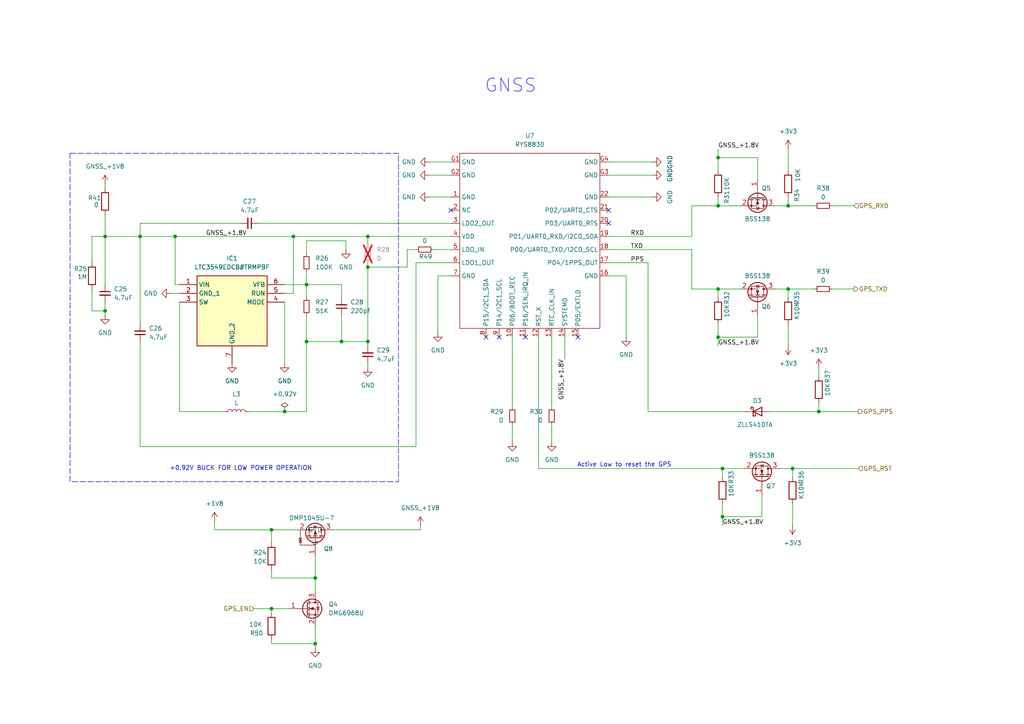
<source format=kicad_sch>
(kicad_sch (version 20250114) (generator "eeschema") (generator_version "9.0")
  (paper "A4")
  (lib_symbols
    (symbol "Device:C_Small" (pin_numbers (hide yes)) (pin_names (offset 0.254) (hide yes))
      (property "Reference" "C" (at 0.254 1.778 0))
      (property "Value" "C_Small" (at 0.254 -2.032 0))
      (symbol "C_Small_0_1"
        (polyline (pts (xy -1.524 0.508) (xy 1.524 0.508)) (stroke (width 0.3048)))
        (polyline (pts (xy -1.524 -0.508) (xy 1.524 -0.508)) (stroke (width 0.3302)))
      )
      (symbol "C_Small_1_1"
        (pin passive line (at 0 2.54 270) (length 2.032) (name "~") (number "1"))
        (pin passive line (at 0 -2.54 90) (length 2.032) (name "~") (number "2"))
      )
    )
    (symbol "Device:D_Schottky" (pin_numbers (hide yes)) (pin_names (offset 1.016) (hide yes))
      (property "Reference" "D" (at 0 2.54 0))
      (property "Value" "D_Schottky" (at 0 -2.54 0))
      (symbol "D_Schottky_0_1"
        (polyline (pts (xy -1.905 0.635) (xy -1.905 1.27) (xy -1.27 1.27) (xy -1.27 -1.27) (xy -0.635 -1.27) (xy -0.635 -0.635)) (stroke (width 0.254)))
        (polyline (pts (xy 1.27 1.27) (xy 1.27 -1.27) (xy -1.27 0) (xy 1.27 1.27)) (stroke (width 0.254)))
        (polyline (pts (xy 1.27 0) (xy -1.27 0)))
      )
      (symbol "D_Schottky_1_1"
        (pin passive line (at -3.81 0 0) (length 2.54) (name "K") (number "1"))
        (pin passive line (at 3.81 0 180) (length 2.54) (name "A") (number "2"))
      )
    )
    (symbol "Device:L" (pin_numbers (hide yes)) (pin_names (offset 1.016) (hide yes))
      (property "Reference" "L" (at -1.27 0 90))
      (property "Value" "L" (at 1.905 0 90))
      (symbol "L_0_1"
        (arc (start 0 2.54) (mid 0.6323 1.905) (end 0 1.27))
        (arc (start 0 1.27) (mid 0.6323 0.635) (end 0 0))
        (arc (start 0 0) (mid 0.6323 -0.635) (end 0 -1.27))
        (arc (start 0 -1.27) (mid 0.6323 -1.905) (end 0 -2.54))
      )
      (symbol "L_1_1"
        (pin passive line (at 0 3.81 270) (length 1.27) (name "1") (number "1"))
        (pin passive line (at 0 -3.81 90) (length 1.27) (name "2") (number "2"))
      )
    )
    (symbol "Device:R" (pin_numbers (hide yes)) (pin_names (offset 0))
      (property "Reference" "R" (at 2.032 0 90))
      (property "Value" "R" (at 0 0 90))
      (symbol "R_0_1"
        (rectangle (start -1.016 -2.54) (end 1.016 2.54) (stroke (width 0.254)))
      )
      (symbol "R_1_1"
        (pin passive line (at 0 3.81 270) (length 1.27) (name "~") (number "1"))
        (pin passive line (at 0 -3.81 90) (length 1.27) (name "~") (number "2"))
      )
    )
    (symbol "Device:R_Small" (pin_numbers (hide yes)) (pin_names (offset 0.254) (hide yes))
      (property "Reference" "R" (at 0.762 0.508 0))
      (property "Value" "R_Small" (at 0.762 -1.016 0))
      (symbol "R_Small_0_1"
        (rectangle (start -0.762 1.778) (end 0.762 -1.778) (stroke (width 0.2032)))
      )
      (symbol "R_Small_1_1"
        (pin passive line (at 0 2.54 270) (length 0.762) (name "~") (number "1"))
        (pin passive line (at 0 -2.54 90) (length 0.762) (name "~") (number "2"))
      )
    )
    (symbol "LTC3549EDCB#TRMPBF:LTC3549EDCB#TRMPBF"
      (property "Reference" "IC" (at 26.67 7.62 0))
      (property "Value" "LTC3549EDCB#TRMPBF" (at 26.67 5.08 0))
      (symbol "LTC3549EDCB#TRMPBF_1_1"
        (rectangle (start 5.08 2.54) (end 25.4 -17.78) (stroke (width 0.254)) (fill (type background)))
        (pin passive line (at 0 0 0) (length 5.08) (name "VIN") (number "1"))
        (pin passive line (at 0 -2.54 0) (length 5.08) (name "GND_1") (number "2"))
        (pin passive line (at 0 -5.08 0) (length 5.08) (name "SW") (number "3"))
        (pin passive line (at 15.24 -22.86 90) (length 5.08) (name "GND_2") (number "7"))
        (pin passive line (at 30.48 0 180) (length 5.08) (name "VFB") (number "6"))
        (pin passive line (at 30.48 -2.54 180) (length 5.08) (name "RUN") (number "5"))
        (pin passive line (at 30.48 -5.08 180) (length 5.08) (name "MODE") (number "4"))
      )
    )
    (symbol "Project_Library:DMP1045U-7"
      (property "Reference" "Q" (at 0 3.81 0))
      (symbol "DMP1045U-7_0_1"
        (polyline (pts (xy 0.635 -3.81) (xy 0.762 -3.937) (xy 0.762 -4.699) (xy 0.889 -4.826)))
        (polyline (pts (xy 0.7523 -4.3068) (xy 0.1173 -4.6878) (xy 0.1173 -3.9258) (xy 0.7523 -4.3068)))
        (polyline (pts (xy 0.762 -4.318) (xy 1.397 -3.937) (xy 1.397 -4.699) (xy 0.762 -4.318)))
        (polyline (pts (xy 1.524 1.905) (xy 1.524 -1.905)) (stroke (width 0.254)))
        (polyline (pts (xy 1.524 0) (xy -1.27 0)))
        (polyline (pts (xy 2.032 2.286) (xy 2.032 1.27)) (stroke (width 0.254)))
        (polyline (pts (xy 2.032 1.778) (xy 4.572 1.778) (xy 4.572 -1.778) (xy 2.032 -1.778)))
        (polyline (pts (xy 2.032 0.508) (xy 2.032 -0.508)) (stroke (width 0.254)))
        (polyline (pts (xy 2.032 -1.27) (xy 2.032 -2.286)) (stroke (width 0.254)))
        (circle (center 2.921 0) (radius 2.794) (stroke (width 0.254)))
        (polyline (pts (xy 3.556 0) (xy 2.54 0.381) (xy 2.54 -0.381) (xy 3.556 0)) (fill (type outline)))
        (polyline (pts (xy 3.7569 -4.3186) (xy 1.016 -4.318) (xy -0.6238 -4.3193) (xy -0.6238 -0.0962)))
        (polyline (pts (xy 3.81 2.54) (xy 3.81 1.778)))
        (circle (center 3.81 1.778) (radius 0.254) (fill (type outline)))
        (circle (center 3.81 -1.778) (radius 0.254) (fill (type outline)))
        (polyline (pts (xy 3.81 -2.54) (xy 3.81 0) (xy 2.032 0)))
        (polyline (pts (xy 4.064 -0.508) (xy 4.191 -0.381) (xy 4.953 -0.381) (xy 5.08 -0.254)))
        (polyline (pts (xy 4.572 -0.381) (xy 4.191 0.254) (xy 4.953 0.254) (xy 4.572 -0.381)))
      )
      (symbol "DMP1045U-7_1_1"
        (pin passive line (at -3.81 0 0) (length 2.54) (name "G") (number "1"))
        (pin passive line (at 3.81 5.08 270) (length 2.54) (name "D") (number "3"))
        (pin passive line (at 3.81 -5.08 90) (length 2.54) (name "S") (number "2"))
      )
    )
    (symbol "Reyas:RYS8830"
      (property "Reference" "U" (at 0.508 3.556 0))
      (property "Value" "RYS8830" (at 4.064 1.27 0))
      (symbol "RYS8830_0_1"
        (rectangle (start 0 0) (end 40.64 -50.8))
      )
      (symbol "RYS8830_1_1"
        (pin power_in line (at -2.54 -2.54 0) (length 2.54) (name "GND") (number "G1"))
        (pin power_in line (at -2.54 -6.35 0) (length 2.54) (name "GND") (number "G2"))
        (pin passive line (at -2.54 -12.7 0) (length 2.54) (name "GND") (number "1"))
        (pin passive line (at -2.54 -16.51 0) (length 2.54) (name "NC") (number "2"))
        (pin passive line (at -2.54 -20.32 0) (length 2.54) (name "LDO2_OUT") (number "3"))
        (pin power_out line (at -2.54 -24.13 0) (length 2.54) (name "VDD") (number "4"))
        (pin power_in line (at -2.54 -27.94 0) (length 2.54) (name "LDO_IN") (number "5"))
        (pin power_out line (at -2.54 -31.75 0) (length 2.54) (name "LDO1_OUT") (number "6"))
        (pin power_in line (at -2.54 -35.56 0) (length 2.54) (name "GND") (number "7"))
        (pin passive line (at 7.62 -53.34 90) (length 2.54) (name "P15/I2C1_SDA") (number "8"))
        (pin passive line (at 11.43 -53.34 90) (length 2.54) (name "P14/I2C1_SCL") (number "9"))
        (pin passive line (at 15.24 -53.34 90) (length 2.54) (name "P06/BOOT_REC") (number "10"))
        (pin passive line (at 19.05 -53.34 90) (length 2.54) (name "P16/SEN_IRQ_IN") (number "11"))
        (pin passive line (at 22.86 -53.34 90) (length 2.54) (name "RST_X") (number "12"))
        (pin passive line (at 26.67 -53.34 90) (length 2.54) (name "RTC_CLK_IN") (number "13"))
        (pin passive line (at 30.48 -53.34 90) (length 2.54) (name "SYSTEM0") (number "14"))
        (pin passive line (at 34.29 -53.34 90) (length 2.54) (name "P05/EXTLD") (number "15"))
        (pin power_out line (at 43.18 -2.54 180) (length 2.54) (name "GND") (number "G4"))
        (pin power_out line (at 43.18 -6.35 180) (length 2.54) (name "GND") (number "G3"))
        (pin power_out line (at 43.18 -12.7 180) (length 2.54) (name "GND") (number "22"))
        (pin passive line (at 43.18 -16.51 180) (length 2.54) (name "P02/UART0_CTS") (number "21"))
        (pin passive line (at 43.18 -20.32 180) (length 2.54) (name "P03/UART0_RTS") (number "20"))
        (pin passive line (at 43.18 -24.13 180) (length 2.54) (name "P01/UART0_RXD/I2C0_SDA") (number "19"))
        (pin passive line (at 43.18 -27.94 180) (length 2.54) (name "P00/UART0_TXD/I2C0_SCL") (number "18"))
        (pin passive line (at 43.18 -31.75 180) (length 2.54) (name "P04/1PPS_OUT") (number "17"))
        (pin power_out line (at 43.18 -35.56 180) (length 2.54) (name "GND") (number "16"))
      )
    )
    (symbol "Transistor_FET:BSS138" (pin_names (hide yes))
      (property "Reference" "Q" (at 5.08 1.905 0))
      (property "Value" "BSS138" (at 5.08 0 0))
      (symbol "BSS138_0_1"
        (polyline (pts (xy 0.254 1.905) (xy 0.254 -1.905)) (stroke (width 0.254)))
        (polyline (pts (xy 0.254 0) (xy -2.54 0)))
        (polyline (pts (xy 0.762 2.286) (xy 0.762 1.27)) (stroke (width 0.254)))
        (polyline (pts (xy 0.762 0.508) (xy 0.762 -0.508)) (stroke (width 0.254)))
        (polyline (pts (xy 0.762 -1.27) (xy 0.762 -2.286)) (stroke (width 0.254)))
        (polyline (pts (xy 0.762 -1.778) (xy 3.302 -1.778) (xy 3.302 1.778) (xy 0.762 1.778)))
        (polyline (pts (xy 1.016 0) (xy 2.032 0.381) (xy 2.032 -0.381) (xy 1.016 0)) (fill (type outline)))
        (circle (center 1.651 0) (radius 2.794) (stroke (width 0.254)))
        (polyline (pts (xy 2.54 2.54) (xy 2.54 1.778)))
        (circle (center 2.54 1.778) (radius 0.254) (fill (type outline)))
        (circle (center 2.54 -1.778) (radius 0.254) (fill (type outline)))
        (polyline (pts (xy 2.54 -2.54) (xy 2.54 0) (xy 0.762 0)))
        (polyline (pts (xy 2.794 0.508) (xy 2.921 0.381) (xy 3.683 0.381) (xy 3.81 0.254)))
        (polyline (pts (xy 3.302 0.381) (xy 2.921 -0.254) (xy 3.683 -0.254) (xy 3.302 0.381)))
      )
      (symbol "BSS138_1_1"
        (pin input line (at -5.08 0 0) (length 2.54) (name "G") (number "1"))
        (pin passive line (at 2.54 5.08 270) (length 2.54) (name "D") (number "3"))
        (pin passive line (at 2.54 -5.08 90) (length 2.54) (name "S") (number "2"))
      )
    )
    (symbol "Transistor_FET:DMG2302U" (pin_names (hide yes))
      (property "Reference" "Q" (at 5.08 1.905 0))
      (property "Value" "DMG2302U" (at 5.08 0 0))
      (symbol "DMG2302U_0_1"
        (polyline (pts (xy 0.254 1.905) (xy 0.254 -1.905)) (stroke (width 0.254)))
        (polyline (pts (xy 0.254 0) (xy -2.54 0)))
        (polyline (pts (xy 0.762 2.286) (xy 0.762 1.27)) (stroke (width 0.254)))
        (polyline (pts (xy 0.762 0.508) (xy 0.762 -0.508)) (stroke (width 0.254)))
        (polyline (pts (xy 0.762 -1.27) (xy 0.762 -2.286)) (stroke (width 0.254)))
        (polyline (pts (xy 0.762 -1.778) (xy 3.302 -1.778) (xy 3.302 1.778) (xy 0.762 1.778)))
        (polyline (pts (xy 1.016 0) (xy 2.032 0.381) (xy 2.032 -0.381) (xy 1.016 0)) (fill (type outline)))
        (circle (center 1.651 0) (radius 2.794) (stroke (width 0.254)))
        (polyline (pts (xy 2.54 2.54) (xy 2.54 1.778)))
        (circle (center 2.54 1.778) (radius 0.254) (fill (type outline)))
        (circle (center 2.54 -1.778) (radius 0.254) (fill (type outline)))
        (polyline (pts (xy 2.54 -2.54) (xy 2.54 0) (xy 0.762 0)))
        (polyline (pts (xy 2.794 0.508) (xy 2.921 0.381) (xy 3.683 0.381) (xy 3.81 0.254)))
        (polyline (pts (xy 3.302 0.381) (xy 2.921 -0.254) (xy 3.683 -0.254) (xy 3.302 0.381)))
      )
      (symbol "DMG2302U_1_1"
        (pin input line (at -5.08 0 0) (length 2.54) (name "G") (number "1"))
        (pin passive line (at 2.54 5.08 270) (length 2.54) (name "D") (number "3"))
        (pin passive line (at 2.54 -5.08 90) (length 2.54) (name "S") (number "2"))
      )
    )
    (symbol "power:+3.3V" (power) (pin_numbers (hide yes)) (pin_names (offset 0) (hide yes))
      (property "Value" "+3.3V" (at 0 3.556 0))
      (symbol "+3.3V_0_1"
        (polyline (pts (xy -0.762 1.27) (xy 0 2.54)))
        (polyline (pts (xy 0 2.54) (xy 0.762 1.27)))
        (polyline (pts (xy 0 0) (xy 0 2.54)))
      )
      (symbol "+3.3V_1_1"
        (pin power_in line (at 0 0 90) (length 0) (name "~") (number "1"))
      )
    )
    (symbol "power:+5V" (power) (pin_numbers (hide yes)) (pin_names (offset 0) (hide yes))
      (property "Value" "+5V" (at 0 3.556 0))
      (symbol "+5V_0_1"
        (polyline (pts (xy -0.762 1.27) (xy 0 2.54)))
        (polyline (pts (xy 0 2.54) (xy 0.762 1.27)))
        (polyline (pts (xy 0 0) (xy 0 2.54)))
      )
      (symbol "+5V_1_1"
        (pin power_in line (at 0 0 90) (length 0) (name "~") (number "1"))
      )
    )
    (symbol "power:GND" (power) (pin_numbers (hide yes)) (pin_names (offset 0) (hide yes))
      (property "Value" "GND" (at 0 -3.81 0))
      (symbol "GND_0_1"
        (polyline (pts (xy 0 0) (xy 0 -1.27) (xy 1.27 -1.27) (xy 0 -2.54) (xy -1.27 -1.27) (xy 0 -1.27)))
      )
      (symbol "GND_1_1"
        (pin power_in line (at 0 0 270) (length 0) (name "~") (number "1"))
      )
    )
    (symbol "power:PWR_FLAG" (power) (pin_numbers (hide yes)) (pin_names (offset 0) (hide yes))
      (property "Value" "PWR_FLAG" (at 0 3.81 0))
      (symbol "PWR_FLAG_0_0"
        (pin power_out line (at 0 0 90) (length 0) (name "~") (number "1"))
      )
      (symbol "PWR_FLAG_0_1"
        (polyline (pts (xy 0 0) (xy 0 1.27) (xy -1.016 1.905) (xy 0 2.54) (xy 1.016 1.905) (xy 0 1.27)))
      )
    )
  )
  (rectangle (start 20.32 44.45) (end 115.57 139.7) (stroke (width 0) (type dash)))
  (text "GNSS\n" (at 140.462 27.178 0) (effects (font (size 3.81 3.81)) (justify left bottom)))
  (text "Active Low to reset the GPS\n" (at 181.102 134.874 0) (effects (font (size 1.27 1.27))))
  (text "+0.92V BUCK FOR LOW POWER OPERATION" (at 69.85 135.89 0) (effects (font (size 1.27 1.27))))
  (junction (at 208.28 97.79))
  (junction (at 78.74 153.67))
  (junction (at 229.87 135.89))
  (junction (at 78.74 176.53))
  (junction (at 106.68 99.06))
  (junction (at 82.55 119.38))
  (junction (at 88.9 82.55))
  (junction (at 106.68 77.47))
  (junction (at 40.64 68.58))
  (junction (at 208.28 59.69))
  (junction (at 106.68 68.58))
  (junction (at 91.44 167.64))
  (junction (at 209.55 149.86))
  (junction (at 99.06 99.06))
  (junction (at 88.9 99.06))
  (junction (at 91.44 186.69))
  (junction (at 85.09 68.58))
  (junction (at 209.55 135.89))
  (junction (at 208.28 45.72))
  (junction (at 208.28 83.82))
  (junction (at 228.6 59.69))
  (junction (at 30.48 90.17))
  (junction (at 228.6 83.82))
  (junction (at 237.49 119.38))
  (junction (at 50.8 68.58))
  (junction (at 30.48 68.58))
  (no_connect (at 144.78 97.79))
  (no_connect (at 167.64 97.79))
  (no_connect (at 176.53 60.96))
  (no_connect (at 130.81 60.96))
  (no_connect (at 176.53 64.77))
  (no_connect (at 140.97 97.79))
  (no_connect (at 152.4 97.79))
  (wire (pts (xy 208.28 45.72) (xy 219.71 45.72)))
  (wire (pts (xy 52.07 119.38) (xy 64.77 119.38)))
  (wire (pts (xy 208.28 97.79) (xy 208.28 100.33)))
  (wire (pts (xy 237.49 116.84) (xy 237.49 119.38)))
  (wire (pts (xy 209.55 149.86) (xy 209.55 146.05)))
  (wire (pts (xy 160.02 128.27) (xy 160.02 123.19)))
  (wire (pts (xy 100.33 69.85) (xy 88.9 69.85)))
  (wire (pts (xy 220.98 143.51) (xy 220.98 149.86)))
  (wire (pts (xy 176.53 46.99) (xy 189.23 46.99)))
  (wire (pts (xy 88.9 91.44) (xy 88.9 99.06)))
  (wire (pts (xy 130.81 72.39) (xy 125.73 72.39)))
  (wire (pts (xy 148.59 97.79) (xy 148.59 118.11)))
  (wire (pts (xy 130.81 80.01) (xy 127 80.01)))
  (wire (pts (xy 30.48 87.63) (xy 30.48 90.17)))
  (wire (pts (xy 209.55 152.4) (xy 209.55 149.86)))
  (wire (pts (xy 176.53 57.15) (xy 189.23 57.15)))
  (wire (pts (xy 78.74 176.53) (xy 83.82 176.53)))
  (wire (pts (xy 26.67 76.2) (xy 26.67 68.58)))
  (wire (pts (xy 82.55 87.63) (xy 82.55 105.41)))
  (wire (pts (xy 229.87 138.43) (xy 229.87 135.89)))
  (wire (pts (xy 130.81 68.58) (xy 106.68 68.58)))
  (wire (pts (xy 219.71 52.07) (xy 219.71 45.72)))
  (wire (pts (xy 91.44 186.69) (xy 78.74 186.69)))
  (wire (pts (xy 148.59 123.19) (xy 148.59 128.27)))
  (wire (pts (xy 228.6 43.18) (xy 228.6 49.53)))
  (wire (pts (xy 219.71 91.44) (xy 219.71 97.79)))
  (wire (pts (xy 30.48 53.34) (xy 30.48 54.61)))
  (wire (pts (xy 200.66 59.69) (xy 208.28 59.69)))
  (wire (pts (xy 229.87 135.89) (xy 226.06 135.89)))
  (wire (pts (xy 106.68 68.58) (xy 106.68 71.12)))
  (wire (pts (xy 106.68 77.47) (xy 106.68 99.06)))
  (wire (pts (xy 118.11 72.39) (xy 118.11 77.47)))
  (wire (pts (xy 91.44 181.61) (xy 91.44 186.69)))
  (wire (pts (xy 120.65 72.39) (xy 118.11 72.39)))
  (wire (pts (xy 52.07 85.09) (xy 49.53 85.09)))
  (wire (pts (xy 229.87 135.89) (xy 248.92 135.89)))
  (wire (pts (xy 91.44 161.29) (xy 91.44 167.64)))
  (wire (pts (xy 187.96 76.2) (xy 176.53 76.2)))
  (wire (pts (xy 106.68 105.41) (xy 106.68 106.68)))
  (wire (pts (xy 78.74 153.67) (xy 86.36 153.67)))
  (wire (pts (xy 85.09 68.58) (xy 106.68 68.58)))
  (wire (pts (xy 209.55 135.89) (xy 215.9 135.89)))
  (wire (pts (xy 73.66 176.53) (xy 78.74 176.53)))
  (wire (pts (xy 26.67 68.58) (xy 30.48 68.58)))
  (wire (pts (xy 241.3 59.69) (xy 247.65 59.69)))
  (wire (pts (xy 120.65 129.54) (xy 40.64 129.54)))
  (wire (pts (xy 91.44 186.69) (xy 91.44 187.96)))
  (wire (pts (xy 209.55 149.86) (xy 220.98 149.86)))
  (wire (pts (xy 228.6 100.33) (xy 228.6 93.98)))
  (wire (pts (xy 176.53 50.8) (xy 189.23 50.8)))
  (wire (pts (xy 99.06 86.36) (xy 99.06 82.55)))
  (wire (pts (xy 78.74 186.69) (xy 78.74 185.42)))
  (wire (pts (xy 26.67 90.17) (xy 30.48 90.17)))
  (wire (pts (xy 163.83 97.79) (xy 163.83 104.14)))
  (wire (pts (xy 72.39 119.38) (xy 82.55 119.38)))
  (wire (pts (xy 160.02 97.79) (xy 160.02 118.11)))
  (wire (pts (xy 208.28 43.18) (xy 208.28 45.72)))
  (wire (pts (xy 120.65 76.2) (xy 120.65 129.54)))
  (wire (pts (xy 50.8 82.55) (xy 52.07 82.55)))
  (wire (pts (xy 88.9 99.06) (xy 99.06 99.06)))
  (wire (pts (xy 78.74 165.1) (xy 78.74 167.64)))
  (wire (pts (xy 228.6 83.82) (xy 224.79 83.82)))
  (wire (pts (xy 208.28 97.79) (xy 208.28 93.98)))
  (wire (pts (xy 124.46 46.99) (xy 130.81 46.99)))
  (wire (pts (xy 181.61 80.01) (xy 176.53 80.01)))
  (wire (pts (xy 62.23 151.13) (xy 62.23 153.67)))
  (wire (pts (xy 241.3 83.82) (xy 247.65 83.82)))
  (wire (pts (xy 99.06 91.44) (xy 99.06 99.06)))
  (wire (pts (xy 176.53 68.58) (xy 200.66 68.58)))
  (wire (pts (xy 91.44 167.64) (xy 91.44 171.45)))
  (wire (pts (xy 40.64 68.58) (xy 40.64 93.98)))
  (wire (pts (xy 88.9 69.85) (xy 88.9 73.66)))
  (wire (pts (xy 82.55 85.09) (xy 85.09 85.09)))
  (wire (pts (xy 124.46 57.15) (xy 130.81 57.15)))
  (wire (pts (xy 62.23 153.67) (xy 78.74 153.67)))
  (wire (pts (xy 40.64 64.77) (xy 69.85 64.77)))
  (wire (pts (xy 74.93 64.77) (xy 130.81 64.77)))
  (wire (pts (xy 52.07 87.63) (xy 52.07 119.38)))
  (wire (pts (xy 228.6 57.15) (xy 228.6 59.69)))
  (wire (pts (xy 200.66 59.69) (xy 200.66 68.58)))
  (wire (pts (xy 208.28 45.72) (xy 208.28 49.53)))
  (wire (pts (xy 229.87 152.4) (xy 229.87 146.05)))
  (wire (pts (xy 200.66 83.82) (xy 208.28 83.82)))
  (wire (pts (xy 99.06 82.55) (xy 88.9 82.55)))
  (wire (pts (xy 85.09 68.58) (xy 85.09 85.09)))
  (wire (pts (xy 30.48 90.17) (xy 30.48 91.44)))
  (wire (pts (xy 88.9 78.74) (xy 88.9 82.55)))
  (wire (pts (xy 181.61 97.79) (xy 181.61 80.01)))
  (wire (pts (xy 187.96 119.38) (xy 187.96 76.2)))
  (wire (pts (xy 78.74 167.64) (xy 91.44 167.64)))
  (wire (pts (xy 208.28 57.15) (xy 208.28 59.69)))
  (wire (pts (xy 223.52 119.38) (xy 237.49 119.38)))
  (wire (pts (xy 130.81 76.2) (xy 120.65 76.2)))
  (wire (pts (xy 200.66 72.39) (xy 200.66 83.82)))
  (wire (pts (xy 208.28 83.82) (xy 214.63 83.82)))
  (wire (pts (xy 228.6 59.69) (xy 224.79 59.69)))
  (wire (pts (xy 50.8 68.58) (xy 85.09 68.58)))
  (wire (pts (xy 78.74 153.67) (xy 78.74 157.48)))
  (wire (pts (xy 208.28 97.79) (xy 219.71 97.79)))
  (wire (pts (xy 50.8 68.58) (xy 50.8 82.55)))
  (wire (pts (xy 82.55 82.55) (xy 88.9 82.55)))
  (wire (pts (xy 187.96 119.38) (xy 215.9 119.38)))
  (wire (pts (xy 88.9 119.38) (xy 88.9 99.06)))
  (wire (pts (xy 228.6 59.69) (xy 236.22 59.69)))
  (wire (pts (xy 106.68 77.47) (xy 106.68 76.2)))
  (wire (pts (xy 124.46 50.8) (xy 130.81 50.8)))
  (wire (pts (xy 106.68 99.06) (xy 99.06 99.06)))
  (wire (pts (xy 156.21 135.89) (xy 209.55 135.89)))
  (wire (pts (xy 156.21 97.79) (xy 156.21 135.89)))
  (wire (pts (xy 208.28 86.36) (xy 208.28 83.82)))
  (wire (pts (xy 30.48 68.58) (xy 40.64 68.58)))
  (wire (pts (xy 78.74 176.53) (xy 78.74 177.8)))
  (wire (pts (xy 228.6 86.36) (xy 228.6 83.82)))
  (wire (pts (xy 40.64 68.58) (xy 50.8 68.58)))
  (wire (pts (xy 228.6 83.82) (xy 236.22 83.82)))
  (wire (pts (xy 127 80.01) (xy 127 96.52)))
  (wire (pts (xy 26.67 83.82) (xy 26.67 90.17)))
  (wire (pts (xy 40.64 129.54) (xy 40.64 99.06)))
  (wire (pts (xy 106.68 99.06) (xy 106.68 100.33)))
  (wire (pts (xy 82.55 119.38) (xy 88.9 119.38)))
  (wire (pts (xy 88.9 82.55) (xy 88.9 86.36)))
  (wire (pts (xy 118.11 77.47) (xy 106.68 77.47)))
  (wire (pts (xy 100.33 72.39) (xy 100.33 69.85)))
  (wire (pts (xy 209.55 138.43) (xy 209.55 135.89)))
  (wire (pts (xy 121.92 152.4) (xy 121.92 153.67)))
  (wire (pts (xy 237.49 119.38) (xy 248.92 119.38)))
  (wire (pts (xy 30.48 62.23) (xy 30.48 68.58)))
  (wire (pts (xy 40.64 64.77) (xy 40.64 68.58)))
  (wire (pts (xy 237.49 106.68) (xy 237.49 109.22)))
  (wire (pts (xy 176.53 72.39) (xy 200.66 72.39)))
  (wire (pts (xy 208.28 59.69) (xy 214.63 59.69)))
  (wire (pts (xy 96.52 153.67) (xy 121.92 153.67)))
  (wire (pts (xy 30.48 68.58) (xy 30.48 82.55)))
  (label "GNSS_+1.8V" (at 208.28 100.33 0))
  (label "GNSS_+1.8V" (at 208.28 43.18 0))
  (label "GNSS_+1.8V" (at 209.55 152.4 0))
  (label "GNSS_+1.8V" (at 163.83 104.14 270))
  (label "TXD" (at 182.88 72.39 0))
  (label "RXD" (at 182.88 68.58 0))
  (label "GNSS_+1.8V" (at 59.69 68.58 0))
  (label "PPS" (at 182.88 76.2 0))
  (hierarchical_label "GPS_RXD" (shape input) (at 247.65 59.69 0))
  (hierarchical_label "GPS_TXD" (shape output) (at 247.65 83.82 0))
  (hierarchical_label "GPS_PPS" (shape output) (at 248.92 119.38 0))
  (hierarchical_label "GPS_RST" (shape input) (at 248.92 135.89 0))
  (hierarchical_label "GPS_EN" (shape input) (at 73.66 176.53 180))
  (symbol (lib_id "power:PWR_FLAG") (at 82.55 119.38 0) (unit 1)
    (property "Reference" "#FLG01" (effects (hide yes)))
    (property "Value" "+0.92V" (at 82.55 114.3 0))
    (property "Description" "Special symbol for telling ERC where power comes from" (effects (hide yes)))
  )
  (symbol (lib_id "Device:R") (at 208.28 53.34 180) (unit 1)
    (property "Reference" "R31" (at 210.82 57.15 90))
    (property "Value" "10K" (at 210.82 53.34 90))
    (property "Footprint" "Resistor_SMD:R_0402_1005Metric_Pad0.72x0.64mm_HandSolder" (effects (hide yes)))
    (property "Description" "Resistor" (effects (hide yes)))
  )
  (symbol (lib_id "Transistor_FET:BSS138") (at 219.71 57.15 270) (unit 1)
    (property "Reference" "Q5" (at 222.25 54.61 90))
    (property "Value" "BSS138" (at 219.71 63.5 90))
    (property "Footprint" "Package_TO_SOT_SMD:SOT-23" (effects (hide yes)))
    (property "Datasheet" "https://www.onsemi.com/pub/Collateral/BSS138-D.PDF" (effects (hide yes)))
    (property "Description" "50V Vds, 0.22A Id, N-Channel MOSFET, SOT-23" (effects (hide yes)))
  )
  (symbol (lib_id "Device:C_Small") (at 40.64 96.52 180) (unit 1)
    (property "Reference" "C26" (at 43.18 95.2435 0) (effects (justify right)))
    (property "Value" "4.7uF" (at 43.18 97.7835 0) (effects (justify right)))
    (property "Footprint" "Capacitor_SMD:C_0603_1608Metric" (effects (hide yes)))
    (property "Description" "Unpolarized capacitor, small symbol" (effects (hide yes)))
  )
  (symbol (lib_id "Device:R") (at 228.6 90.17 0) (mirror y) (unit 1)
    (property "Reference" "R35" (at 231.14 86.36 90))
    (property "Value" "K10K" (at 231.14 90.17 90))
    (property "Footprint" "Resistor_SMD:R_0402_1005Metric_Pad0.72x0.64mm_HandSolder" (effects (hide yes)))
    (property "Description" "Resistor" (effects (hide yes)))
  )
  (symbol (lib_id "power:GND") (at 124.46 57.15 270) (unit 1)
    (property "Reference" "#PWR055" (effects (hide yes)))
    (property "Value" "GND" (at 120.65 57.1499 90) (effects (justify right)))
    (property "Description" "Power symbol creates a global label with name \"GND\" , ground" (effects (hide yes)))
  )
  (symbol (lib_id "power:GND") (at 100.33 72.39 0) (unit 1)
    (property "Reference" "#PWR051" (effects (hide yes)))
    (property "Value" "GND" (at 100.33 77.47 0))
    (property "Description" "Power symbol creates a global label with name \"GND\" , ground" (effects (hide yes)))
  )
  (symbol (lib_id "Reyas:RYS8830") (at 133.35 44.45 0) (unit 1)
    (property "Reference" "U7" (at 153.67 39.37 0))
    (property "Value" "RYS8830" (at 153.67 41.91 0))
    (property "Footprint" "REYAS:RYS8830" (effects (hide yes)))
    (property "Datasheet" "https://reyax.com//upload/products_download/download_file/RYS8830.pdf" (effects (hide yes)))
  )
  (symbol (lib_id "Device:R_Small") (at 148.59 120.65 0) (mirror x) (unit 1)
    (property "Reference" "R29" (at 146.05 119.3799 0) (effects (justify right)))
    (property "Value" "0" (at 146.05 121.9199 0) (effects (justify right)))
    (property "Footprint" "Resistor_SMD:R_0402_1005Metric_Pad0.72x0.64mm_HandSolder" (effects (hide yes)))
    (property "Description" "Resistor, small symbol" (effects (hide yes)))
  )
  (symbol (lib_id "power:GND") (at 148.59 128.27 0) (unit 1)
    (property "Reference" "#PWR057" (effects (hide yes)))
    (property "Value" "GND" (at 148.59 133.35 0))
    (property "Description" "Power symbol creates a global label with name \"GND\" , ground" (effects (hide yes)))
  )
  (symbol (lib_id "Project_Library:DMP1045U-7") (at 91.44 157.48 270) (mirror x) (unit 1)
    (property "Reference" "Q8" (at 95.25 159.131 90))
    (property "Value" "DMP1045U-7" (at 90.424 150.241 90))
    (property "Footprint" "Package_TO_SOT_SMD:SOT-23-3" (effects (hide yes)))
  )
  (symbol (lib_id "Device:C_Small") (at 106.68 102.87 180) (unit 1)
    (property "Reference" "C29" (at 109.22 101.5935 0) (effects (justify right)))
    (property "Value" "4.7uF" (at 109.22 104.1335 0) (effects (justify right)))
    (property "Footprint" "Capacitor_SMD:C_0603_1608Metric" (effects (hide yes)))
    (property "Description" "Unpolarized capacitor, small symbol" (effects (hide yes)))
  )
  (symbol (lib_id "power:+3.3V") (at 121.92 152.4 0) (mirror y) (unit 1)
    (property "Reference" "#PWR050" (effects (hide yes)))
    (property "Value" "GNSS_+1V8" (at 121.92 147.32 0))
    (property "Description" "Power symbol creates a global label with name \"+3.3V\"" (effects (hide yes)))
  )
  (symbol (lib_id "Device:L") (at 68.58 119.38 90) (unit 1)
    (property "Reference" "L3" (at 68.58 114.3 90))
    (property "Value" "L" (at 68.58 116.84 90))
    (property "Footprint" "Inductor_SMD:L_Cenker_CKCS3012" (effects (hide yes)))
    (property "Description" "Inductor" (effects (hide yes)))
  )
  (symbol (lib_id "Device:R_Small") (at 160.02 120.65 0) (mirror x) (unit 1)
    (property "Reference" "R30" (at 157.48 119.3799 0) (effects (justify right)))
    (property "Value" "0" (at 157.48 121.9199 0) (effects (justify right)))
    (property "Footprint" "Resistor_SMD:R_0402_1005Metric_Pad0.72x0.64mm_HandSolder" (effects (hide yes)))
    (property "Description" "Resistor, small symbol" (effects (hide yes)))
  )
  (symbol (lib_id "power:+5V") (at 228.6 100.33 0) (mirror x) (unit 1)
    (property "Reference" "#PWR068" (effects (hide yes)))
    (property "Value" "+3V3" (at 228.6 105.41 0))
    (property "Description" "Power symbol creates a global label with name \"+5V\"" (effects (hide yes)))
  )
  (symbol (lib_id "power:GND") (at 82.55 105.41 0) (unit 1)
    (property "Reference" "#PWR049" (effects (hide yes)))
    (property "Value" "GND" (at 82.55 110.49 0))
    (property "Description" "Power symbol creates a global label with name \"GND\" , ground" (effects (hide yes)))
  )
  (symbol (lib_id "Device:R_Small") (at 238.76 83.82 90) (unit 1)
    (property "Reference" "R39" (at 238.76 78.74 90))
    (property "Value" "0" (at 238.76 81.28 90))
    (property "Footprint" "Resistor_SMD:R_0402_1005Metric_Pad0.72x0.64mm_HandSolder" (effects (hide yes)))
    (property "Description" "Resistor, small symbol" (effects (hide yes)))
  )
  (symbol (lib_id "power:GND") (at 160.02 128.27 0) (unit 1)
    (property "Reference" "#PWR058" (effects (hide yes)))
    (property "Value" "GND" (at 160.02 133.35 0))
    (property "Description" "Power symbol creates a global label with name \"GND\" , ground" (effects (hide yes)))
  )
  (symbol (lib_id "Device:R") (at 208.28 90.17 0) (mirror y) (unit 1)
    (property "Reference" "R32" (at 210.82 86.36 90))
    (property "Value" "10K" (at 210.82 90.17 90))
    (property "Footprint" "Resistor_SMD:R_0402_1005Metric_Pad0.72x0.64mm_HandSolder" (effects (hide yes)))
    (property "Description" "Resistor" (effects (hide yes)))
  )
  (symbol (lib_id "Device:R_Small") (at 123.19 72.39 90) (unit 1)
    (property "Reference" "R49" (at 123.444 74.422 90))
    (property "Value" "0" (at 123.19 69.85 90))
    (property "Footprint" "Resistor_SMD:R_0402_1005Metric_Pad0.72x0.64mm_HandSolder" (effects (hide yes)))
    (property "Description" "Resistor, small symbol" (effects (hide yes)))
  )
  (symbol (lib_id "power:GND") (at 189.23 46.99 90) (unit 1)
    (property "Reference" "#PWR061" (effects (hide yes)))
    (property "Value" "GND" (at 194.31 46.99 0))
    (property "Description" "Power symbol creates a global label with name \"GND\" , ground" (effects (hide yes)))
  )
  (symbol (lib_id "Device:R") (at 78.74 161.29 0) (mirror x) (unit 1)
    (property "Reference" "R24" (at 75.438 160.274 0))
    (property "Value" "10K" (at 75.438 162.814 0))
    (property "Footprint" "Resistor_SMD:R_0402_1005Metric_Pad0.72x0.64mm_HandSolder" (effects (hide yes)))
    (property "Description" "Resistor" (effects (hide yes)))
  )
  (symbol (lib_id "Transistor_FET:DMG2302U") (at 88.9 176.53 0) (unit 1)
    (property "Reference" "Q4" (at 95.25 175.2599 0) (effects (justify left)))
    (property "Value" "DMG6968U" (at 95.25 177.7999 0) (effects (justify left)))
    (property "Footprint" "Package_TO_SOT_SMD:SOT-23" (effects (hide yes)))
    (property "Datasheet" "http://www.diodes.com/assets/Datasheets/DMG2302U.pdf" (effects (hide yes)))
    (property "Description" "4.2A Id, 20V Vds, N-Channel MOSFET, SOT-23" (effects (hide yes)))
  )
  (symbol (lib_id "Device:R_Small") (at 106.68 73.66 0) (unit 1) (dnp yes)
    (property "Reference" "R28" (at 109.22 72.3899 0) (effects (justify left)))
    (property "Value" "0" (at 109.22 74.9299 0) (effects (justify left)))
    (property "Footprint" "Resistor_SMD:R_0402_1005Metric_Pad0.72x0.64mm_HandSolder" (effects (hide yes)))
    (property "Description" "Resistor, small symbol" (effects (hide yes)))
  )
  (symbol (lib_id "power:GND") (at 30.48 91.44 0) (unit 1)
    (property "Reference" "#PWR045" (effects (hide yes)))
    (property "Value" "GND" (at 30.48 96.52 0))
    (property "Description" "Power symbol creates a global label with name \"GND\" , ground" (effects (hide yes)))
  )
  (symbol (lib_id "Device:D_Schottky") (at 219.71 119.38 0) (unit 1)
    (property "Reference" "D3" (at 220.98 116.205 0) (effects (justify right)))
    (property "Value" "ZLLS410TA" (at 224.155 123.19 0) (effects (justify right)))
    (property "Footprint" "Diode_SMD:D_SOD-323F" (effects (hide yes)))
    (property "Description" "Schottky diode" (effects (hide yes)))
  )
  (symbol (lib_id "Device:C_Small") (at 30.48 85.09 0) (unit 1)
    (property "Reference" "C25" (at 33.02 83.8262 0) (effects (justify left)))
    (property "Value" "4.7uF" (at 33.02 86.3662 0) (effects (justify left)))
    (property "Footprint" "Capacitor_SMD:C_0603_1608Metric" (effects (hide yes)))
    (property "Description" "Unpolarized capacitor, small symbol" (effects (hide yes)))
  )
  (symbol (lib_id "Device:R") (at 30.48 58.42 0) (mirror x) (unit 1)
    (property "Reference" "R41" (at 27.432 57.404 0))
    (property "Value" "0" (at 27.94 59.436 0))
    (property "Footprint" "Resistor_SMD:R_0402_1005Metric_Pad0.72x0.64mm_HandSolder" (effects (hide yes)))
    (property "Description" "Resistor" (effects (hide yes)))
  )
  (symbol (lib_id "Device:R") (at 78.74 181.61 0) (mirror x) (unit 1)
    (property "Reference" "R50" (at 74.422 183.642 0))
    (property "Value" "10K" (at 74.168 181.102 0))
    (property "Footprint" "Resistor_SMD:R_0402_1005Metric_Pad0.72x0.64mm_HandSolder" (effects (hide yes)))
    (property "Description" "Resistor" (effects (hide yes)))
  )
  (symbol (lib_id "power:+5V") (at 229.87 152.4 0) (mirror x) (unit 1)
    (property "Reference" "#PWR069" (effects (hide yes)))
    (property "Value" "+3V3" (at 229.87 157.48 0))
    (property "Description" "Power symbol creates a global label with name \"+5V\"" (effects (hide yes)))
  )
  (symbol (lib_id "Transistor_FET:BSS138") (at 220.98 138.43 270) (mirror x) (unit 1)
    (property "Reference" "Q7" (at 223.52 140.97 90))
    (property "Value" "BSS138" (at 220.98 132.08 90))
    (property "Footprint" "Package_TO_SOT_SMD:SOT-23" (effects (hide yes)))
    (property "Datasheet" "https://www.onsemi.com/pub/Collateral/BSS138-D.PDF" (effects (hide yes)))
    (property "Description" "50V Vds, 0.22A Id, N-Channel MOSFET, SOT-23" (effects (hide yes)))
  )
  (symbol (lib_id "Device:C_Small") (at 72.39 64.77 270) (unit 1)
    (property "Reference" "C27" (at 72.3836 58.42 90))
    (property "Value" "4.7uF" (at 72.3836 60.96 90))
    (property "Footprint" "Capacitor_SMD:C_0603_1608Metric" (effects (hide yes)))
    (property "Description" "Unpolarized capacitor, small symbol" (effects (hide yes)))
  )
  (symbol (lib_id "power:GND") (at 189.23 50.8 90) (unit 1)
    (property "Reference" "#PWR062" (effects (hide yes)))
    (property "Value" "GND" (at 194.31 50.8 0))
    (property "Description" "Power symbol creates a global label with name \"GND\" , ground" (effects (hide yes)))
  )
  (symbol (lib_id "Device:R") (at 237.49 113.03 0) (mirror y) (unit 1)
    (property "Reference" "R37" (at 240.03 109.22 90))
    (property "Value" "10K" (at 240.03 113.03 90))
    (property "Footprint" "Resistor_SMD:R_0402_1005Metric_Pad0.72x0.64mm_HandSolder" (effects (hide yes)))
    (property "Description" "Resistor" (effects (hide yes)))
  )
  (symbol (lib_id "Device:C_Small") (at 99.06 88.9 180) (unit 1)
    (property "Reference" "C28" (at 101.6 87.6235 0) (effects (justify right)))
    (property "Value" "220pF" (at 101.6 90.1635 0) (effects (justify right)))
    (property "Footprint" "Capacitor_SMD:C_0603_1608Metric" (effects (hide yes)))
    (property "Description" "Unpolarized capacitor, small symbol" (effects (hide yes)))
  )
  (symbol (lib_id "Device:R") (at 228.6 53.34 180) (unit 1)
    (property "Reference" "R34" (at 231.14 56.642 90))
    (property "Value" "10K" (at 231.394 50.8 90))
    (property "Footprint" "Resistor_SMD:R_0402_1005Metric_Pad0.72x0.64mm_HandSolder" (effects (hide yes)))
    (property "Description" "Resistor" (effects (hide yes)))
  )
  (symbol (lib_id "power:GND") (at 106.68 106.68 0) (unit 1)
    (property "Reference" "#PWR052" (effects (hide yes)))
    (property "Value" "GND" (at 106.68 111.76 0))
    (property "Description" "Power symbol creates a global label with name \"GND\" , ground" (effects (hide yes)))
  )
  (symbol (lib_id "power:+5V") (at 228.6 43.18 0) (unit 1)
    (property "Reference" "#PWR067" (effects (hide yes)))
    (property "Value" "+3V3" (at 228.6 38.1 0))
    (property "Description" "Power symbol creates a global label with name \"+5V\"" (effects (hide yes)))
  )
  (symbol (lib_id "power:GND") (at 189.23 57.15 90) (unit 1)
    (property "Reference" "#PWR063" (effects (hide yes)))
    (property "Value" "GND" (at 194.31 57.15 0))
    (property "Description" "Power symbol creates a global label with name \"GND\" , ground" (effects (hide yes)))
  )
  (symbol (lib_id "power:+5V") (at 237.49 106.68 0) (mirror y) (unit 1)
    (property "Reference" "#PWR070" (effects (hide yes)))
    (property "Value" "+3V3" (at 237.49 101.6 0))
    (property "Description" "Power symbol creates a global label with name \"+5V\"" (effects (hide yes)))
  )
  (symbol (lib_id "power:+3.3V") (at 62.23 151.13 0) (mirror y) (unit 1)
    (property "Reference" "#PWR079" (effects (hide yes)))
    (property "Value" "+1V8" (at 62.23 146.05 0))
    (property "Description" "Power symbol creates a global label with name \"+3.3V\"" (effects (hide yes)))
  )
  (symbol (lib_id "Device:R_Small") (at 238.76 59.69 90) (unit 1)
    (property "Reference" "R38" (at 238.76 54.61 90))
    (property "Value" "0" (at 238.76 57.15 90))
    (property "Footprint" "Resistor_SMD:R_0402_1005Metric_Pad0.72x0.64mm_HandSolder" (effects (hide yes)))
    (property "Description" "Resistor, small symbol" (effects (hide yes)))
  )
  (symbol (lib_id "power:GND") (at 181.61 97.79 0) (unit 1)
    (property "Reference" "#PWR060" (effects (hide yes)))
    (property "Value" "GND" (at 181.61 102.87 0))
    (property "Description" "Power symbol creates a global label with name \"GND\" , ground" (effects (hide yes)))
  )
  (symbol (lib_id "power:GND") (at 91.44 187.96 0) (unit 1)
    (property "Reference" "#PWR059" (effects (hide yes)))
    (property "Value" "GND" (at 91.44 193.04 0))
    (property "Description" "Power symbol creates a global label with name \"GND\" , ground" (effects (hide yes)))
  )
  (symbol (lib_id "Device:R") (at 209.55 142.24 0) (mirror y) (unit 1)
    (property "Reference" "R33" (at 212.09 138.43 90))
    (property "Value" "10K" (at 212.09 142.24 90))
    (property "Footprint" "Resistor_SMD:R_0402_1005Metric_Pad0.72x0.64mm_HandSolder" (effects (hide yes)))
    (property "Description" "Resistor" (effects (hide yes)))
  )
  (symbol (lib_id "Device:R_Small") (at 88.9 88.9 0) (unit 1)
    (property "Reference" "R27" (at 91.44 87.6299 0) (effects (justify left)))
    (property "Value" "51K" (at 91.44 90.1699 0) (effects (justify left)))
    (property "Footprint" "Resistor_SMD:R_0402_1005Metric_Pad0.72x0.64mm_HandSolder" (effects (hide yes)))
    (property "Description" "Resistor, small symbol" (effects (hide yes)))
  )
  (symbol (lib_id "Device:R") (at 26.67 80.01 0) (mirror x) (unit 1)
    (property "Reference" "R25" (at 23.368 77.978 0))
    (property "Value" "1M" (at 23.876 80.264 0))
    (property "Footprint" "Resistor_SMD:R_0402_1005Metric_Pad0.72x0.64mm_HandSolder" (effects (hide yes)))
    (property "Description" "Resistor" (effects (hide yes)))
  )
  (symbol (lib_id "power:GND") (at 124.46 46.99 270) (unit 1)
    (property "Reference" "#PWR053" (effects (hide yes)))
    (property "Value" "GND" (at 120.65 46.9899 90) (effects (justify right)))
    (property "Description" "Power symbol creates a global label with name \"GND\" , ground" (effects (hide yes)))
  )
  (symbol (lib_id "Device:R_Small") (at 88.9 76.2 0) (unit 1)
    (property "Reference" "R26" (at 91.44 74.9299 0) (effects (justify left)))
    (property "Value" "100K" (at 91.44 77.4699 0) (effects (justify left)))
    (property "Footprint" "Resistor_SMD:R_0402_1005Metric_Pad0.72x0.64mm_HandSolder" (effects (hide yes)))
    (property "Description" "Resistor, small symbol" (effects (hide yes)))
  )
  (symbol (lib_id "power:GND") (at 127 96.52 0) (unit 1)
    (property "Reference" "#PWR056" (effects (hide yes)))
    (property "Value" "GND" (at 127 101.6 0))
    (property "Description" "Power symbol creates a global label with name \"GND\" , ground" (effects (hide yes)))
  )
  (symbol (lib_id "power:GND") (at 49.53 85.09 270) (unit 1)
    (property "Reference" "#PWR046" (effects (hide yes)))
    (property "Value" "GND" (at 45.72 85.0899 90) (effects (justify right)))
    (property "Description" "Power symbol creates a global label with name \"GND\" , ground" (effects (hide yes)))
  )
  (symbol (lib_id "Transistor_FET:BSS138") (at 219.71 86.36 270) (mirror x) (unit 1)
    (property "Reference" "Q6" (at 222.25 88.9 90))
    (property "Value" "BSS138" (at 219.71 80.01 90))
    (property "Footprint" "Package_TO_SOT_SMD:SOT-23" (effects (hide yes)))
    (property "Datasheet" "https://www.onsemi.com/pub/Collateral/BSS138-D.PDF" (effects (hide yes)))
    (property "Description" "50V Vds, 0.22A Id, N-Channel MOSFET, SOT-23" (effects (hide yes)))
  )
  (symbol (lib_id "LTC3549EDCB#TRMPBF:LTC3549EDCB#TRMPBF") (at 52.07 82.55 0) (unit 1)
    (property "Reference" "IC1" (at 67.31 74.93 0))
    (property "Value" "LTC3549EDCB#TRMPBF" (at 67.31 77.47 0))
    (property "Footprint" "Package_DFN_QFN:DFN-6-1EP_3x2mm_P0.5mm_EP1.65x1.35mm" (effects (hide yes)))
    (property "Datasheet" "https://www.analog.com/media/en/technical-documentation/data-sheets/3549f.pdf" (effects (hide yes)))
    (property "Description" "Linear Technology LTC3549EDCB#TRMPBF, Step Down Buck Boost Switching Regulator, 250mA, Adjustable" (effects (hide yes)))
    (property "Height" "0.8" (effects (hide yes)))
    (property "Mouser Part Number" "584-C3549EDCBTRMPBF" (effects (hide yes)))
    (property "Mouser Price/Stock" "https://www.mouser.co.uk/ProductDetail/Analog-Devices/LTC3549EDCBTRMPBF?qs=hVkxg5c3xu%2Ft3z%252BtqK2sZA%3D%3D" (effects (hide yes)))
    (property "Manufacturer_Name" "Analog Devices" (effects (hide yes)))
    (property "Manufacturer_Part_Number" "LTC3549EDCB#TRMPBF" (effects (hide yes)))
  )
  (symbol (lib_id "power:GND") (at 67.31 105.41 0) (unit 1)
    (property "Reference" "#PWR048" (effects (hide yes)))
    (property "Value" "GND" (at 67.31 110.49 0))
    (property "Description" "Power symbol creates a global label with name \"GND\" , ground" (effects (hide yes)))
  )
  (symbol (lib_id "power:+3.3V") (at 30.48 53.34 0) (mirror y) (unit 1)
    (property "Reference" "#PWR047" (effects (hide yes)))
    (property "Value" "GNSS_+1V8" (at 30.48 48.26 0))
    (property "Description" "Power symbol creates a global label with name \"+3.3V\"" (effects (hide yes)))
  )
  (symbol (lib_id "Device:R") (at 229.87 142.24 0) (mirror y) (unit 1)
    (property "Reference" "R36" (at 232.41 138.43 90))
    (property "Value" "K10K" (at 232.41 142.24 90))
    (property "Footprint" "Resistor_SMD:R_0402_1005Metric_Pad0.72x0.64mm_HandSolder" (effects (hide yes)))
    (property "Description" "Resistor" (effects (hide yes)))
  )
  (symbol (lib_id "power:GND") (at 124.46 50.8 270) (unit 1)
    (property "Reference" "#PWR054" (effects (hide yes)))
    (property "Value" "GND" (at 120.65 50.7999 90) (effects (justify right)))
    (property "Description" "Power symbol creates a global label with name \"GND\" , ground" (effects (hide yes)))
  )
)
</source>
